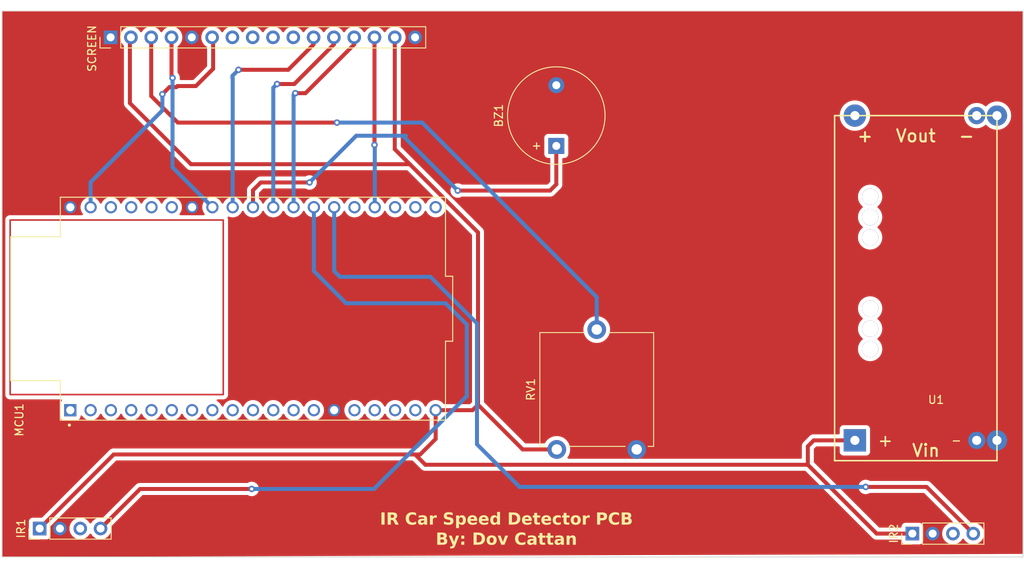
<source format=kicad_pcb>
(kicad_pcb (version 20221018) (generator pcbnew)
  (layers (0 "F.Cu" signal) (31 "B.Cu" signal) (34 "B.Paste" user) (35 "F.Paste" user) (36 "B.SilkS" user "B.Silkscreen") (37 "F.SilkS" user "F.Silkscreen") (38 "B.Mask" user) (39 "F.Mask" user) (44 "Edge.Cuts" user))
  (net 0 "")
  (net 1 "/5")
  (net 2 "GND")
  (net 3 "/5V")
  (net 5 "/4")
  (net 7 "/0")
  (net 28 "/15")
  (net 30 "/16")
  (net 31 "/17")
  (net 32 "/18")
  (net 33 "/19")
  (net 38 "/23")
  (net 39 "/V0")
  (footprint "Connector_PinHeader_2.54mm:PinHeader_1x04_P2.54mm_Vertical" (layer "F.Cu") (at 74.432 133.858 90)
    (fp_text reference "IR1" (at 0 -2.33 90) (layer "F.SilkS"))
    (fp_text value "Conn_01x04")
    (fp_line (start -1.33 -1.33) (end 0 -1.33) (stroke (width 0.12)) (layer "F.SilkS"))
    (fp_line (start -1.33 0) (end -1.33 -1.33) (stroke (width 0.12)) (layer "F.SilkS"))
    (fp_line (start -1.33 1.27) (end -1.33 8.95) (stroke (width 0.12)) (layer "F.SilkS"))
    (fp_line (start -1.33 1.27) (end 1.33 1.27) (stroke (width 0.12)) (layer "F.SilkS"))
    (fp_line (start -1.33 8.95) (end 1.33 8.95) (stroke (width 0.12)) (layer "F.SilkS"))
    (fp_line (start 1.33 1.27) (end 1.33 8.95) (stroke (width 0.12)) (layer "F.SilkS"))
    (pad "1" thru_hole rect (at 0 0 90) (size 1.7 1.7) (drill 1) (layers "*.Cu" "*.Mask") (net 3 "/5V"))
    (pad "2" thru_hole oval (at 0 2.54 90) (size 1.7 1.7) (drill 1) (layers "*.Cu" "*.Mask") (net 2 "GND"))
    (pad "3" thru_hole oval (at 0 5.08 90) (size 1.7 1.7) (drill 1) (layers "*.Cu" "*.Mask"))
    (pad "4" thru_hole oval (at 0 7.62 90) (size 1.7 1.7) (drill 1) (layers "*.Cu" "*.Mask") (net 5 "/4"))
  )
  (footprint "ESP32-DEVKITC:MODULE_ESP32-DEVKITC" (layer "F.Cu") (at 101.118 106.347 90)
    (fp_text reference "MCU1" (at -13.922 -29.236 90) (layer "F.SilkS"))
    (fp_text value "ESP32-DEVKITC")
    (fp_line (start -13.95 -24.1) (end -13.95 24.1) (stroke (width 0.127)) (layer "F.SilkS"))
    (fp_line (start -13.95 24.1) (end -4.07 24.1) (stroke (width 0.127)) (layer "F.SilkS"))
    (fp_line (start -9 -30.3) (end 9 -30.3) (stroke (width 0.127)) (layer "F.SilkS"))
    (fp_line (start -9 -24.1) (end -13.95 -24.1) (stroke (width 0.127)) (layer "F.SilkS"))
    (fp_line (start -9 -24.1) (end -9 -30.3) (stroke (width 0.127)) (layer "F.SilkS"))
    (fp_line (start -4.07 24.1) (end -4.07 25) (stroke (width 0.127)) (layer "F.SilkS"))
    (fp_line (start -4.07 25) (end 4.06 25) (stroke (width 0.127)) (layer "F.SilkS"))
    (fp_line (start 4.06 24.1) (end 13.95 24.1) (stroke (width 0.127)) (layer "F.SilkS"))
    (fp_line (start 4.06 25) (end 4.06 24.1) (stroke (width 0.127)) (layer "F.SilkS"))
    (fp_line (start 9 -30.3) (end 9 -24.1) (stroke (width 0.127)) (layer "F.SilkS"))
    (fp_line (start 13.95 -24.1) (end 9 -24.1) (stroke (width 0.127)) (layer "F.SilkS"))
    (fp_line (start 13.95 24.1) (end 13.95 -24.1) (stroke (width 0.127)) (layer "F.SilkS"))
    (fp_circle (center -14.57 -22.97) (end -14.47 -22.97) (stroke (width 0.2)) (fill none) (layer "F.SilkS"))
    (pad "1" thru_hole rect (at -12.7 -22.85 90) (size 1.53 1.53) (drill 1.02) (layers "*.Cu" "*.Mask"))
    (pad "2" thru_hole circle (at -12.7 -20.31 90) (size 1.53 1.53) (drill 1.02) (layers "*.Cu" "*.Mask"))
    (pad "3" thru_hole circle (at -12.7 -17.77 90) (size 1.53 1.53) (drill 1.02) (layers "*.Cu" "*.Mask"))
    (pad "4" thru_hole circle (at -12.7 -15.23 90) (size 1.53 1.53) (drill 1.02) (layers "*.Cu" "*.Mask"))
    (pad "5" thru_hole circle (at -12.7 -12.69 90) (size 1.53 1.53) (drill 1.02) (layers "*.Cu" "*.Mask"))
    (pad "6" thru_hole circle (at -12.7 -10.15 90) (size 1.53 1.53) (drill 1.02) (layers "*.Cu" "*.Mask"))
    (pad "7" thru_hole circle (at -12.7 -7.61 90) (size 1.53 1.53) (drill 1.02) (layers "*.Cu" "*.Mask"))
    (pad "8" thru_hole circle (at -12.7 -5.07 90) (size 1.53 1.53) (drill 1.02) (layers "*.Cu" "*.Mask"))
    (pad "9" thru_hole circle (at -12.7 -2.53 90) (size 1.53 1.53) (drill 1.02) (layers "*.Cu" "*.Mask"))
    (pad "10" thru_hole circle (at -12.7 0.01 90) (size 1.53 1.53) (drill 1.02) (layers "*.Cu" "*.Mask"))
    (pad "11" thru_hole circle (at -12.7 2.55 90) (size 1.53 1.53) (drill 1.02) (layers "*.Cu" "*.Mask"))
    (pad "12" thru_hole circle (at -12.7 5.09 90) (size 1.53 1.53) (drill 1.02) (layers "*.Cu" "*.Mask"))
    (pad "13" thru_hole circle (at -12.7 7.63 90) (size 1.53 1.53) (drill 1.02) (layers "*.Cu" "*.Mask"))
    (pad "14" thru_hole circle (at -12.7 10.17 90) (size 1.53 1.53) (drill 1.02) (layers "*.Cu" "*.Mask") (net 2 "GND"))
    (pad "15" thru_hole circle (at -12.7 12.71 90) (size 1.53 1.53) (drill 1.02) (layers "*.Cu" "*.Mask"))
    (pad "16" thru_hole circle (at -12.7 15.25 90) (size 1.53 1.53) (drill 1.02) (layers "*.Cu" "*.Mask"))
    (pad "17" thru_hole circle (at -12.7 17.79 90) (size 1.53 1.53) (drill 1.02) (layers "*.Cu" "*.Mask"))
    (pad "18" thru_hole circle (at -12.7 20.33 90) (size 1.53 1.53) (drill 1.02) (layers "*.Cu" "*.Mask"))
    (pad "19" thru_hole circle (at -12.7 22.87 90) (size 1.53 1.53) (drill 1.02) (layers "*.Cu" "*.Mask") (net 3 "/5V"))
    (pad "20" thru_hole circle (at 12.7 22.87 90) (size 1.53 1.53) (drill 1.02) (layers "*.Cu" "*.Mask"))
    (pad "21" thru_hole circle (at 12.7 20.33 90) (size 1.53 1.53) (drill 1.02) (layers "*.Cu" "*.Mask"))
    (pad "22" thru_hole circle (at 12.7 17.79 90) (size 1.53 1.53) (drill 1.02) (layers "*.Cu" "*.Mask"))
    (pad "23" thru_hole circle (at 12.7 15.25 90) (size 1.53 1.53) (drill 1.02) (layers "*.Cu" "*.Mask") (net 28 "/15"))
    (pad "24" thru_hole circle (at 12.7 12.71 90) (size 1.53 1.53) (drill 1.02) (layers "*.Cu" "*.Mask"))
    (pad "25" thru_hole circle (at 12.7 10.17 90) (size 1.53 1.53) (drill 1.02) (layers "*.Cu" "*.Mask") (net 7 "/0"))
    (pad "26" thru_hole circle (at 12.7 7.63 90) (size 1.53 1.53) (drill 1.02) (layers "*.Cu" "*.Mask") (net 5 "/4"))
    (pad "27" thru_hole circle (at 12.7 5.09 90) (size 1.53 1.53) (drill 1.02) (layers "*.Cu" "*.Mask") (net 30 "/16"))
    (pad "28" thru_hole circle (at 12.7 2.55 90) (size 1.53 1.53) (drill 1.02) (layers "*.Cu" "*.Mask") (net 31 "/17"))
    (pad "29" thru_hole circle (at 12.7 0.01 90) (size 1.53 1.53) (drill 1.02) (layers "*.Cu" "*.Mask") (net 1 "/5"))
    (pad "30" thru_hole circle (at 12.7 -2.53 90) (size 1.53 1.53) (drill 1.02) (layers "*.Cu" "*.Mask") (net 32 "/18"))
    (pad "31" thru_hole circle (at 12.7 -5.07 90) (size 1.53 1.53) (drill 1.02) (layers "*.Cu" "*.Mask") (net 33 "/19"))
    (pad "32" thru_hole circle (at 12.7 -7.61 90) (size 1.53 1.53) (drill 1.02) (layers "*.Cu" "*.Mask") (net 2 "GND"))
    (pad "33" thru_hole circle (at 12.7 -10.15 90) (size 1.53 1.53) (drill 1.02) (layers "*.Cu" "*.Mask"))
    (pad "34" thru_hole circle (at 12.7 -12.69 90) (size 1.53 1.53) (drill 1.02) (layers "*.Cu" "*.Mask"))
    (pad "35" thru_hole circle (at 12.7 -15.23 90) (size 1.53 1.53) (drill 1.02) (layers "*.Cu" "*.Mask"))
    (pad "36" thru_hole circle (at 12.7 -17.77 90) (size 1.53 1.53) (drill 1.02) (layers "*.Cu" "*.Mask"))
    (pad "37" thru_hole circle (at 12.7 -20.31 90) (size 1.53 1.53) (drill 1.02) (layers "*.Cu" "*.Mask") (net 38 "/23"))
    (pad "38" thru_hole circle (at 12.7 -22.85 90) (size 1.53 1.53) (drill 1.02) (layers "*.Cu" "*.Mask") (net 2 "GND"))
  )
  (footprint "shifting-2023-04-19_134047:DD_3amp-w_pot_holes" (layer "F.Cu") (at 176.450625 122.824875 180)
    (fp_text reference "U1" (at -10.16 5.08) (layer "F.SilkS"))
    (fp_text value "BUCK CONVERTER")
    (fp_text user "Vin" (at -8.89 -1.27) (layer "F.SilkS") (effects (font (size 1.524 1.524) (thickness 0.254))))
    (fp_text user "+" (at -3.81 0) (layer "F.SilkS") (effects (font (size 1.524 1.524) (thickness 0.2032))))
    (fp_text user "Vout" (at -7.62 38.1) (layer "F.SilkS") (effects (font (size 1.524 1.524) (thickness 0.254))))
    (fp_text user "+" (at -1.27 38.1) (layer "F.SilkS") (effects (font (size 1.524 1.524) (thickness 0.254))))
    (fp_text user "-" (at -13.97 38.1) (layer "F.SilkS") (effects (font (size 1.524 1.524) (thickness 0.254))))
    (fp_text user "-" (at -12.7 0) (layer "F.SilkS"))
    (fp_line (start -17.78 -2.54) (end -17.78 40.64) (stroke (width 0.1905)) (layer "F.SilkS"))
    (fp_line (start -17.78 40.64) (end 2.54 40.64) (stroke (width 0.1905)) (layer "F.SilkS"))
    (fp_line (start 2.54 -2.54) (end -17.78 -2.54) (stroke (width 0.1905)) (layer "F.SilkS"))
    (fp_line (start 2.54 40.64) (end 2.54 -2.54) (stroke (width 0.1905)) (layer "F.SilkS"))
    (pad "1" thru_hole rect (at 0 0 180) (size 2.794 2.794) (drill 1.143) (layers "*.Cu" "*.Mask") (net 3 "/5V"))
    (pad "2" thru_hole circle (at -17.78 0 180) (size 2.54 2.54) (drill 1.143) (layers "*.Cu" "*.Mask") (net 2 "GND"))
    (pad "2" thru_hole circle (at -15.24 0 180) (size 2.159 2.159) (drill 1.143) (layers "*.Cu" "*.Mask") (net 2 "GND"))
    (pad "7" thru_hole circle (at -1.905 11.43 180) (size 2.032 2.032) (drill 2.032) (layers "*.Cu" "*.Mask"))
    (pad "8" thru_hole circle (at -1.905 13.97 180) (size 2.032 2.032) (drill 2.032) (layers "*.Cu" "*.Mask"))
    (pad "9" thru_hole circle (at -1.905 16.51 180) (size 2.032 2.032) (drill 2.032) (layers "*.Cu" "*.Mask"))
    (pad "9V+" thru_hole circle (at 0 40.64 180) (size 2.794 2.794) (drill 1.143) (layers "*.Cu" "*.Mask"))
    (pad "9V-" thru_hole circle (at -17.78 40.64 180) (size 2.54 2.54) (drill 1.143) (layers "*.Cu" "*.Mask"))
    (pad "9V-" thru_hole circle (at -15.24 40.64 180) (size 2.159 2.159) (drill 1.143) (layers "*.Cu" "*.Mask"))
    (pad "10" thru_hole circle (at -1.905 30.48 180) (size 2.032 2.032) (drill 2.032) (layers "*.Cu" "*.Mask"))
    (pad "11" thru_hole circle (at -1.905 27.94 180) (size 2.032 2.032) (drill 2.032) (layers "*.Cu" "*.Mask"))
    (pad "12" thru_hole circle (at -1.905 25.4 180) (size 2.032 2.032) (drill 2.032) (layers "*.Cu" "*.Mask"))
  )
  (footprint "Buzzer_Beeper:Buzzer_12x9.5RM7.6" (layer "F.Cu") (at 139.085 85.979 90)
    (fp_text reference "BZ1" (at 3.8 -7.2 90) (layer "F.SilkS"))
    (fp_text value "Buzzer")
    (fp_text user "+" (at -0.01 -2.54 90) (layer "F.SilkS"))
    (fp_circle (center 3.8 0) (end 9.9 0) (stroke (width 0.12)) (fill none) (layer "F.SilkS"))
    (pad "1" thru_hole rect (at 0 0 90) (size 2 2) (drill 1) (layers "*.Cu" "*.Mask") (net 1 "/5"))
    (pad "2" thru_hole circle (at 7.6 0 90) (size 2 2) (drill 1) (layers "*.Cu" "*.Mask") (net 2 "GND"))
  )
  (footprint "Connector_PinHeader_2.54mm:PinHeader_1x04_P2.54mm_Vertical" (layer "F.Cu") (at 183.642 134.493 90)
    (fp_text reference "IR2" (at 0 -2.33 90) (layer "F.SilkS"))
    (fp_text value "Conn_01x04")
    (fp_line (start -1.33 -1.33) (end 0 -1.33) (stroke (width 0.12)) (layer "F.SilkS"))
    (fp_line (start -1.33 0) (end -1.33 -1.33) (stroke (width 0.12)) (layer "F.SilkS"))
    (fp_line (start -1.33 1.27) (end -1.33 8.95) (stroke (width 0.12)) (layer "F.SilkS"))
    (fp_line (start -1.33 1.27) (end 1.33 1.27) (stroke (width 0.12)) (layer "F.SilkS"))
    (fp_line (start -1.33 8.95) (end 1.33 8.95) (stroke (width 0.12)) (layer "F.SilkS"))
    (fp_line (start 1.33 1.27) (end 1.33 8.95) (stroke (width 0.12)) (layer "F.SilkS"))
    (pad "1" thru_hole rect (at 0 0 90) (size 1.7 1.7) (drill 1) (layers "*.Cu" "*.Mask") (net 3 "/5V"))
    (pad "2" thru_hole oval (at 0 2.54 90) (size 1.7 1.7) (drill 1) (layers "*.Cu" "*.Mask") (net 2 "GND"))
    (pad "3" thru_hole oval (at 0 5.08 90) (size 1.7 1.7) (drill 1) (layers "*.Cu" "*.Mask"))
    (pad "4" thru_hole oval (at 0 7.62 90) (size 1.7 1.7) (drill 1) (layers "*.Cu" "*.Mask") (net 7 "/0"))
  )
  (footprint "Potentiometer_THT:Potentiometer_ACP_CA14V-15_Vertical" (layer "F.Cu") (at 149.145 123.959 90)
    (fp_text reference "RV1" (at 7.5 -13.25 90) (layer "F.SilkS"))
    (fp_text value "R_Potentiometer")
    (fp_line (start 0.38 -12.12) (end 0.38 -11.426) (stroke (width 0.12)) (layer "F.SilkS"))
    (fp_line (start 0.38 -12.12) (end 14.62 -12.12) (stroke (width 0.12)) (layer "F.SilkS"))
    (fp_line (start 0.38 -8.574) (end 0.38 -1.425) (stroke (width 0.12)) (layer "F.SilkS"))
    (fp_line (start 0.38 1.425) (end 0.38 2.12) (stroke (width 0.12)) (layer "F.SilkS"))
    (fp_line (start 0.38 2.12) (end 14.62 2.12) (stroke (width 0.12)) (layer "F.SilkS"))
    (fp_line (start 14.62 -12.12) (end 14.62 -6.425) (stroke (width 0.12)) (layer "F.SilkS"))
    (fp_line (start 14.62 -3.575) (end 14.62 2.12) (stroke (width 0.12)) (layer "F.SilkS"))
    (pad "1" thru_hole circle (at 0 0 90) (size 2.34 2.34) (drill 1.3) (layers "*.Cu" "*.Mask") (net 2 "GND"))
    (pad "2" thru_hole circle (at 15 -5 90) (size 2.34 2.34) (drill 1.3) (layers "*.Cu" "*.Mask") (net 39 "/V0"))
    (pad "3" thru_hole circle (at 0 -10 90) (size 2.34 2.34) (drill 1.3) (layers "*.Cu" "*.Mask") (net 3 "/5V"))
  )
  (footprint "Connector_PinHeader_2.54mm:PinHeader_1x16_P2.54mm_Vertical" (layer "F.Cu") (at 83.312 72.39 90)
    (fp_text reference "SCREEN" (at -1.397 -2.33 90) (layer "F.SilkS"))
    (fp_text value "Conn_01x16")
    (fp_line (start -1.33 -1.33) (end 0 -1.33) (stroke (width 0.12)) (layer "F.SilkS"))
    (fp_line (start -1.33 0) (end -1.33 -1.33) (stroke (width 0.12)) (layer "F.SilkS"))
    (fp_line (start -1.33 1.27) (end -1.33 39.43) (stroke (width 0.12)) (layer "F.SilkS"))
    (fp_line (start -1.33 1.27) (end 1.33 1.27) (stroke (width 0.12)) (layer "F.SilkS"))
    (fp_line (start -1.33 39.43) (end 1.33 39.43) (stroke (width 0.12)) (layer "F.SilkS"))
    (fp_line (start 1.33 1.27) (end 1.33 39.43) (stroke (width 0.12)) (layer "F.SilkS"))
    (pad "1" thru_hole rect (at 0 0 90) (size 1.7 1.7) (drill 1) (layers "*.Cu" "*.Mask") (net 2 "GND"))
    (pad "2" thru_hole oval (at 0 2.54 90) (size 1.7 1.7) (drill 1) (layers "*.Cu" "*.Mask") (net 3 "/5V"))
    (pad "3" thru_hole oval (at 0 5.08 90) (size 1.7 1.7) (drill 1) (layers "*.Cu" "*.Mask") (net 39 "/V0"))
    (pad "4" thru_hole oval (at 0 7.62 90) (size 1.7 1.7) (drill 1) (layers "*.Cu" "*.Mask") (net 33 "/19"))
    (pad "5" thru_hole oval (at 0 10.16 90) (size 1.7 1.7) (drill 1) (layers "*.Cu" "*.Mask") (net 2 "GND"))
    (pad "6" thru_hole oval (at 0 12.7 90) (size 1.7 1.7) (drill 1) (layers "*.Cu" "*.Mask") (net 38 "/23"))
    (pad "7" thru_hole oval (at 0 15.24 90) (size 1.7 1.7) (drill 1) (layers "*.Cu" "*.Mask"))
    (pad "8" thru_hole oval (at 0 17.78 90) (size 1.7 1.7) (drill 1) (layers "*.Cu" "*.Mask"))
    (pad "9" thru_hole oval (at 0 20.32 90) (size 1.7 1.7) (drill 1) (layers "*.Cu" "*.Mask"))
    (pad "10" thru_hole oval (at 0 22.86 90) (size 1.7 1.7) (drill 1) (layers "*.Cu" "*.Mask"))
    (pad "11" thru_hole oval (at 0 25.4 90) (size 1.7 1.7) (drill 1) (layers "*.Cu" "*.Mask") (net 32 "/18"))
    (pad "12" thru_hole oval (at 0 27.94 90) (size 1.7 1.7) (drill 1) (layers "*.Cu" "*.Mask") (net 31 "/17"))
    (pad "13" thru_hole oval (at 0 30.48 90) (size 1.7 1.7) (drill 1) (layers "*.Cu" "*.Mask") (net 30 "/16"))
    (pad "14" thru_hole oval (at 0 33.02 90) (size 1.7 1.7) (drill 1) (layers "*.Cu" "*.Mask") (net 28 "/15"))
    (pad "15" thru_hole oval (at 0 35.56 90) (size 1.7 1.7) (drill 1) (layers "*.Cu" "*.Mask") (net 3 "/5V"))
    (pad "16" thru_hole oval (at 0 38.1 90) (size 1.7 1.7) (drill 1) (layers "*.Cu" "*.Mask") (net 2 "GND"))
  )
  (gr_rect (start 70.739 95.25) (end 97.409 117.094) (stroke (width 0.2)) (fill none) (layer "F.Cu"))
  (gr_rect (start 69.723 69.088) (end 197.485 137.414) (stroke (width 0.1)) (fill none) (layer "Edge.Cuts"))
  (gr_text "IR Car Speed Detector PCB\nBy: Dov Cattan" (at 132.842 136.144) (layer "F.SilkS") (effects (font (size 1.5 1.5) (thickness 0.3) bold) (justify bottom)))
  (segment (start 101.128 91.531) (end 101.128 93.647) (width 0.5) (layer "F.Cu") (net 1))
  (segment (start 108.204 90.551) (end 102.108 90.551) (width 0.5) (layer "F.Cu") (net 1))
  (segment (start 139.085 90.785) (end 138.303 91.567) (width 0.5) (layer "F.Cu") (net 1))
  (segment (start 102.108 90.551) (end 101.128 91.531) (width 0.5) (layer "F.Cu") (net 1))
  (segment (start 139.085 85.979) (end 139.085 90.785) (width 0.5) (layer "F.Cu") (net 1))
  (segment (start 138.303 91.567) (end 126.746 91.567) (width 0.5) (layer "F.Cu") (net 1))
  (via (at 126.746 91.567) (size 0.8) (drill 0.4) (layers "F.Cu" "B.Cu") (net 1))
  (via (at 108.204 90.551) (size 0.8) (drill 0.4) (layers "F.Cu" "B.Cu") (net 1))
  (segment (start 126.746 91.567) (end 120.008 84.829) (width 0.5) (layer "B.Cu") (net 1))
  (segment (start 120.262 84.702) (end 114.053 84.702) (width 0.5) (layer "B.Cu") (net 1))
  (segment (start 114.053 84.702) (end 108.204 90.551) (width 0.5) (layer "B.Cu") (net 1))
  (segment (start 128.603 119.047) (end 123.988 119.047) (width 0.5) (layer "F.Cu") (net 3))
  (segment (start 129.286 96.802466) (end 129.286 118.364) (width 0.5) (layer "F.Cu") (net 3))
  (segment (start 123.988 122.646) (end 123.988 119.047) (width 0.5) (layer "F.Cu") (net 3))
  (segment (start 122.047 124.587) (end 123.988 122.646) (width 0.5) (layer "F.Cu") (net 3))
  (segment (start 118.872 72.39) (end 118.872 86.388466) (width 0.5) (layer "F.Cu") (net 3))
  (segment (start 179.175 134.493) (end 170.561 125.879) (width 0.5) (layer "F.Cu") (net 3))
  (segment (start 171.307125 122.824875) (end 170.561 123.571) (width 0.5) (layer "F.Cu") (net 3))
  (segment (start 122.704 125.879) (end 121.412 124.587) (width 0.5) (layer "F.Cu") (net 3))
  (segment (start 129.286 118.364) (end 128.603 119.047) (width 0.5) (layer "F.Cu") (net 3))
  (segment (start 120.748534 88.265) (end 129.286 96.802466) (width 0.5) (layer "F.Cu") (net 3))
  (segment (start 134.881 123.959) (end 129.286 118.364) (width 0.5) (layer "F.Cu") (net 3))
  (segment (start 85.852 72.39) (end 85.725 72.517) (width 0.5) (layer "F.Cu") (net 3))
  (segment (start 139.145 123.959) (end 134.881 123.959) (width 0.5) (layer "F.Cu") (net 3))
  (segment (start 118.872 86.388466) (end 120.748534 88.265) (width 0.5) (layer "F.Cu") (net 3))
  (segment (start 121.412 124.587) (end 122.047 124.587) (width 0.5) (layer "F.Cu") (net 3))
  (segment (start 183.642 134.493) (end 179.175 134.493) (width 0.5) (layer "F.Cu") (net 3))
  (segment (start 93.369654 88.265) (end 120.748534 88.265) (width 0.5) (layer "F.Cu") (net 3))
  (segment (start 74.432 133.858) (end 83.703 124.587) (width 0.5) (layer "F.Cu") (net 3))
  (segment (start 176.450625 122.824875) (end 171.307125 122.824875) (width 0.5) (layer "F.Cu") (net 3))
  (segment (start 85.725 80.620346) (end 93.369654 88.265) (width 0.5) (layer "F.Cu") (net 3))
  (segment (start 85.725 72.517) (end 85.725 80.620346) (width 0.5) (layer "F.Cu") (net 3))
  (segment (start 83.703 124.587) (end 121.412 124.587) (width 0.5) (layer "F.Cu") (net 3))
  (segment (start 170.561 123.571) (end 170.561 125.879) (width 0.5) (layer "F.Cu") (net 3))
  (segment (start 170.561 125.879) (end 122.704 125.879) (width 0.5) (layer "F.Cu") (net 3))
  (segment (start 87.005 128.905) (end 100.965 128.905) (width 0.5) (layer "F.Cu") (net 5))
  (segment (start 82.052 133.858) (end 87.005 128.905) (width 0.5) (layer "F.Cu") (net 5))
  (via (at 100.965 128.905) (size 0.8) (drill 0.4) (layers "F.Cu" "B.Cu") (net 5))
  (segment (start 127.889 117.288534) (end 127.889 108.331) (width 0.5) (layer "B.Cu") (net 5))
  (segment (start 125.222 105.664) (end 112.776 105.664) (width 0.5) (layer "B.Cu") (net 5))
  (segment (start 116.272534 128.905) (end 127.889 117.288534) (width 0.5) (layer "B.Cu") (net 5))
  (segment (start 127.889 108.331) (end 125.222 105.664) (width 0.5) (layer "B.Cu") (net 5))
  (segment (start 100.965 128.905) (end 116.272534 128.905) (width 0.5) (layer "B.Cu") (net 5))
  (segment (start 108.748 101.636) (end 108.748 93.647) (width 0.5) (layer "B.Cu") (net 5))
  (segment (start 112.776 105.664) (end 108.748 101.636) (width 0.5) (layer "B.Cu") (net 5))
  (segment (start 191.262 134.493) (end 185.42 128.651) (width 0.5) (layer "F.Cu") (net 7))
  (segment (start 185.42 128.651) (end 177.8 128.651) (width 0.5) (layer "F.Cu") (net 7))
  (via (at 177.8 128.651) (size 0.8) (drill 0.4) (layers "F.Cu" "B.Cu") (net 7))
  (segment (start 112.014 102.362) (end 111.288 101.636) (width 0.5) (layer "B.Cu") (net 7))
  (segment (start 123.334214 102.362) (end 112.014 102.362) (width 0.5) (layer "B.Cu") (net 7))
  (segment (start 111.288 101.636) (end 111.288 93.647) (width 0.5) (layer "B.Cu") (net 7))
  (segment (start 129.159 108.186786) (end 123.334214 102.362) (width 0.5) (layer "B.Cu") (net 7))
  (segment (start 134.493 128.651) (end 129.159 123.317) (width 0.5) (layer "B.Cu") (net 7))
  (segment (start 177.8 128.651) (end 134.493 128.651) (width 0.5) (layer "B.Cu") (net 7))
  (segment (start 129.159 123.317) (end 129.159 108.186786) (width 0.5) (layer "B.Cu") (net 7))
  (segment (start 116.332 72.39) (end 116.332 85.852) (width 0.5) (layer "F.Cu") (net 28))
  (via (at 116.332 85.852) (size 0.8) (drill 0.4) (layers "F.Cu" "B.Cu") (net 28))
  (segment (start 116.332 85.852) (end 116.368 85.888) (width 0.5) (layer "B.Cu") (net 28))
  (segment (start 116.368 85.888) (end 116.368 93.647) (width 0.5) (layer "B.Cu") (net 28))
  (segment (start 107.696 79.375) (end 106.426 79.375) (width 0.5) (layer "F.Cu") (net 30))
  (segment (start 113.792 72.39) (end 113.792 73.279) (width 0.5) (layer "F.Cu") (net 30))
  (segment (start 113.792 73.279) (end 107.696 79.375) (width 0.5) (layer "F.Cu") (net 30))
  (via (at 106.426 79.375) (size 0.8) (drill 0.4) (layers "F.Cu" "B.Cu") (net 30))
  (segment (start 106.426 79.375) (end 106.208 79.593) (width 0.5) (layer "B.Cu") (net 30))
  (segment (start 106.208 79.593) (end 106.208 93.647) (width 0.5) (layer "B.Cu") (net 30))
  (segment (start 111.252 72.39) (end 111.252 73.279) (width 0.5) (layer "F.Cu") (net 31))
  (segment (start 111.252 73.279) (end 106.299 78.232) (width 0.5) (layer "F.Cu") (net 31))
  (segment (start 106.299 78.232) (end 104.14 78.232) (width 0.5) (layer "F.Cu") (net 31))
  (via (at 104.14 78.232) (size 0.8) (drill 0.4) (layers "F.Cu" "B.Cu") (net 31))
  (segment (start 103.668 78.704) (end 103.668 93.647) (width 0.5) (layer "B.Cu") (net 31))
  (segment (start 104.14 78.232) (end 103.668 78.704) (width 0.5) (layer "B.Cu") (net 31))
  (segment (start 108.712 73.279) (end 105.537 76.454) (width 0.5) (layer "F.Cu") (net 32))
  (segment (start 105.537 76.454) (end 99.314 76.454) (width 0.5) (layer "F.Cu") (net 32))
  (segment (start 108.712 72.39) (end 108.712 73.279) (width 0.5) (layer "F.Cu") (net 32))
  (via (at 99.314 76.454) (size 0.8) (drill 0.4) (layers "F.Cu" "B.Cu") (net 32))
  (segment (start 98.552 77.216) (end 98.552 77.47) (width 0.5) (layer "B.Cu") (net 32))
  (segment (start 98.552 77.47) (end 98.588 77.506) (width 0.5) (layer "B.Cu") (net 32))
  (segment (start 99.314 76.454) (end 98.552 77.216) (width 0.5) (layer "B.Cu") (net 32))
  (segment (start 98.588 77.506) (end 98.588 93.647) (width 0.5) (layer "B.Cu") (net 32))
  (segment (start 90.932 77.343) (end 91.059 77.47) (width 0.5) (layer "F.Cu") (net 33))
  (segment (start 90.932 72.39) (end 90.932 77.343) (width 0.5) (layer "F.Cu") (net 33))
  (via (at 91.059 77.47) (size 0.8) (drill 0.4) (layers "F.Cu" "B.Cu") (net 33))
  (segment (start 91.059 88.658) (end 96.048 93.647) (width 0.5) (layer "B.Cu") (net 33))
  (segment (start 91.059 77.47) (end 91.059 88.658) (width 0.5) (layer "B.Cu") (net 33))
  (segment (start 90.671 78.62) (end 91.535346 78.62) (width 0.5) (layer "F.Cu") (net 38))
  (segment (start 89.789 79.502) (end 90.671 78.62) (width 0.5) (layer "F.Cu") (net 38))
  (segment (start 96.139 76.327) (end 96.139 72.517) (width 0.5) (layer "F.Cu") (net 38))
  (segment (start 93.98 78.486) (end 96.139 76.327) (width 0.5) (layer "F.Cu") (net 38))
  (segment (start 91.669346 78.486) (end 93.98 78.486) (width 0.5) (layer "F.Cu") (net 38))
  (segment (start 96.139 72.517) (end 96.012 72.39) (width 0.5) (layer "F.Cu") (net 38))
  (segment (start 91.535346 78.62) (end 91.669346 78.486) (width 0.5) (layer "F.Cu") (net 38))
  (via (at 89.789 79.502) (size 0.8) (drill 0.4) (layers "F.Cu" "B.Cu") (net 38))
  (segment (start 80.808 90.515) (end 80.808 93.647) (width 0.5) (layer "B.Cu") (net 38))
  (segment (start 89.789 81.534) (end 80.808 90.515) (width 0.5) (layer "B.Cu") (net 38))
  (segment (start 89.789 79.502) (end 89.789 81.534) (width 0.5) (layer "B.Cu") (net 38))
  (segment (start 88.392 79.731346) (end 91.718654 83.058) (width 0.5) (layer "F.Cu") (net 39))
  (segment (start 91.718654 83.058) (end 111.633 83.058) (width 0.5) (layer "F.Cu") (net 39))
  (segment (start 88.392 72.39) (end 88.392 79.731346) (width 0.5) (layer "F.Cu") (net 39))
  (via (at 111.633 83.058) (size 0.8) (drill 0.4) (layers "F.Cu" "B.Cu") (net 39))
  (segment (start 144.145 104.902) (end 144.145 108.959) (width 0.5) (layer "B.Cu") (net 39))
  (segment (start 111.633 83.058) (end 122.301 83.058) (width 0.5) (layer "B.Cu") (net 39))
  (segment (start 122.301 83.058) (end 144.145 104.902) (width 0.5) (layer "B.Cu") (net 39))
  (zone (net 2) (net_name "GND") (layer "F.Cu") (connect_pads yes (clearance 0.5)) (min_thickness 0.25) (fill yes (thermal_gap 0.5) (thermal_bridge_width 0.5))
    (polygon (pts (xy 197.612 69.088) (xy 197.485 137.033) (xy 69.469 137.414) (xy 69.596 68.961) (xy 69.723 68.961)))
  )
)
</source>
